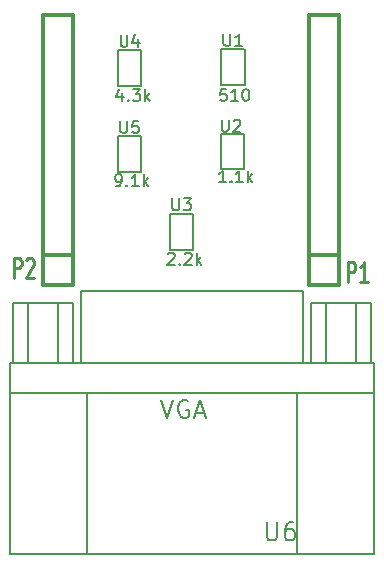
<source format=gto>
G04 (created by PCBNEW (2013-07-07 BZR 4022)-stable) date 11/18/2013 8:59:08 PM*
%MOIN*%
G04 Gerber Fmt 3.4, Leading zero omitted, Abs format*
%FSLAX34Y34*%
G01*
G70*
G90*
G04 APERTURE LIST*
%ADD10C,0.00590551*%
%ADD11C,0.005*%
%ADD12C,0.012*%
%ADD13C,0.0107*%
%ADD14C,0.01*%
G04 APERTURE END LIST*
G54D10*
G54D11*
X69060Y-55252D02*
X69160Y-55252D01*
X69160Y-55252D02*
X69660Y-55252D01*
X69660Y-55252D02*
X70660Y-55252D01*
X70660Y-55252D02*
X71160Y-55252D01*
X71160Y-55252D02*
X71430Y-55252D01*
X71430Y-55252D02*
X78830Y-55252D01*
X78830Y-55252D02*
X79100Y-55252D01*
X79100Y-55252D02*
X79600Y-55252D01*
X79600Y-55252D02*
X80600Y-55252D01*
X80600Y-55252D02*
X81100Y-55252D01*
X81100Y-55252D02*
X81200Y-55252D01*
X69060Y-55252D02*
X69060Y-61602D01*
X81200Y-55252D02*
X81200Y-61602D01*
X69060Y-61602D02*
X81200Y-61602D01*
X71430Y-52853D02*
X78830Y-52853D01*
X71430Y-52853D02*
X71430Y-55252D01*
X78830Y-52853D02*
X78830Y-55252D01*
X69160Y-53252D02*
X69660Y-53252D01*
X69660Y-53252D02*
X70660Y-53252D01*
X70660Y-53252D02*
X71160Y-53252D01*
X81100Y-53252D02*
X80600Y-53252D01*
X80600Y-53252D02*
X79600Y-53252D01*
X79600Y-53252D02*
X79100Y-53252D01*
X81100Y-53252D02*
X81100Y-55252D01*
X79100Y-53252D02*
X79100Y-55252D01*
X71160Y-53252D02*
X71160Y-55252D01*
X69160Y-53252D02*
X69160Y-55252D01*
X69660Y-53252D02*
X69660Y-55252D01*
X70660Y-53252D02*
X70660Y-55252D01*
X79600Y-53252D02*
X79600Y-55252D01*
X80600Y-53252D02*
X80600Y-55252D01*
X69060Y-56252D02*
X71630Y-56252D01*
X71630Y-56252D02*
X78630Y-56252D01*
X78630Y-56252D02*
X81200Y-56252D01*
X78630Y-56252D02*
X78630Y-61602D01*
X71630Y-56252D02*
X71630Y-61602D01*
G54D12*
X79032Y-43648D02*
X80032Y-43648D01*
X80032Y-43648D02*
X80032Y-52648D01*
X80032Y-52648D02*
X79032Y-52648D01*
X79032Y-43648D02*
X79032Y-52648D01*
X79032Y-51648D02*
X80032Y-51648D01*
X70173Y-43647D02*
X71173Y-43647D01*
X71173Y-43647D02*
X71173Y-52647D01*
X71173Y-52647D02*
X70173Y-52647D01*
X70173Y-43647D02*
X70173Y-52647D01*
X70173Y-51647D02*
X71173Y-51647D01*
G54D10*
X76863Y-47600D02*
X76863Y-48789D01*
X76860Y-47602D02*
X76086Y-47602D01*
X76086Y-47602D02*
X76086Y-48790D01*
X76086Y-48790D02*
X76862Y-48790D01*
X73444Y-44805D02*
X73444Y-45994D01*
X73441Y-44807D02*
X72667Y-44807D01*
X72667Y-44807D02*
X72667Y-45995D01*
X72667Y-45995D02*
X73443Y-45995D01*
X75173Y-50280D02*
X75173Y-51469D01*
X75170Y-50282D02*
X74396Y-50282D01*
X74396Y-50282D02*
X74396Y-51470D01*
X74396Y-51470D02*
X75172Y-51470D01*
X73443Y-47690D02*
X73443Y-48879D01*
X73440Y-47692D02*
X72666Y-47692D01*
X72666Y-47692D02*
X72666Y-48880D01*
X72666Y-48880D02*
X73442Y-48880D01*
X76881Y-44791D02*
X76881Y-45980D01*
X76878Y-44793D02*
X76104Y-44793D01*
X76104Y-44793D02*
X76104Y-45981D01*
X76104Y-45981D02*
X76880Y-45981D01*
X77620Y-60560D02*
X77620Y-61046D01*
X77649Y-61103D01*
X77678Y-61132D01*
X77735Y-61160D01*
X77849Y-61160D01*
X77906Y-61132D01*
X77935Y-61103D01*
X77963Y-61046D01*
X77963Y-60560D01*
X78506Y-60560D02*
X78392Y-60560D01*
X78335Y-60589D01*
X78306Y-60618D01*
X78249Y-60703D01*
X78220Y-60818D01*
X78220Y-61046D01*
X78249Y-61103D01*
X78278Y-61132D01*
X78335Y-61160D01*
X78449Y-61160D01*
X78506Y-61132D01*
X78535Y-61103D01*
X78563Y-61046D01*
X78563Y-60903D01*
X78535Y-60846D01*
X78506Y-60818D01*
X78449Y-60789D01*
X78335Y-60789D01*
X78278Y-60818D01*
X78249Y-60846D01*
X78220Y-60903D01*
X74086Y-56468D02*
X74286Y-57068D01*
X74486Y-56468D01*
X75001Y-56497D02*
X74944Y-56468D01*
X74858Y-56468D01*
X74772Y-56497D01*
X74715Y-56554D01*
X74686Y-56611D01*
X74658Y-56726D01*
X74658Y-56811D01*
X74686Y-56926D01*
X74715Y-56983D01*
X74772Y-57040D01*
X74858Y-57068D01*
X74915Y-57068D01*
X75001Y-57040D01*
X75029Y-57011D01*
X75029Y-56811D01*
X74915Y-56811D01*
X75258Y-56897D02*
X75544Y-56897D01*
X75201Y-57068D02*
X75401Y-56468D01*
X75601Y-57068D01*
G54D13*
X80336Y-52547D02*
X80336Y-51866D01*
X80499Y-51866D01*
X80539Y-51899D01*
X80560Y-51931D01*
X80580Y-51996D01*
X80580Y-52093D01*
X80560Y-52158D01*
X80539Y-52190D01*
X80499Y-52223D01*
X80336Y-52223D01*
X80988Y-52547D02*
X80743Y-52547D01*
X80866Y-52547D02*
X80866Y-51866D01*
X80825Y-51963D01*
X80784Y-52028D01*
X80743Y-52061D01*
G54D12*
G54D14*
G54D13*
X69204Y-52415D02*
X69204Y-51734D01*
X69367Y-51734D01*
X69407Y-51767D01*
X69428Y-51799D01*
X69448Y-51864D01*
X69448Y-51961D01*
X69428Y-52026D01*
X69407Y-52058D01*
X69367Y-52091D01*
X69204Y-52091D01*
X69611Y-51799D02*
X69632Y-51767D01*
X69672Y-51734D01*
X69774Y-51734D01*
X69815Y-51767D01*
X69835Y-51799D01*
X69856Y-51864D01*
X69856Y-51929D01*
X69835Y-52026D01*
X69591Y-52415D01*
X69856Y-52415D01*
G54D12*
G54D14*
G54D10*
X76125Y-47135D02*
X76125Y-47454D01*
X76143Y-47491D01*
X76162Y-47510D01*
X76200Y-47529D01*
X76275Y-47529D01*
X76312Y-47510D01*
X76331Y-47491D01*
X76350Y-47454D01*
X76350Y-47135D01*
X76518Y-47173D02*
X76537Y-47154D01*
X76574Y-47135D01*
X76668Y-47135D01*
X76706Y-47154D01*
X76724Y-47173D01*
X76743Y-47210D01*
X76743Y-47248D01*
X76724Y-47304D01*
X76499Y-47529D01*
X76743Y-47529D01*
X76261Y-49224D02*
X76036Y-49224D01*
X76149Y-49224D02*
X76149Y-48830D01*
X76111Y-48886D01*
X76074Y-48924D01*
X76036Y-48943D01*
X76430Y-49186D02*
X76449Y-49205D01*
X76430Y-49224D01*
X76411Y-49205D01*
X76430Y-49186D01*
X76430Y-49224D01*
X76824Y-49224D02*
X76599Y-49224D01*
X76711Y-49224D02*
X76711Y-48830D01*
X76674Y-48886D01*
X76636Y-48924D01*
X76599Y-48943D01*
X76993Y-49224D02*
X76993Y-48830D01*
X77030Y-49074D02*
X77143Y-49224D01*
X77143Y-48961D02*
X76993Y-49111D01*
X72752Y-44306D02*
X72752Y-44625D01*
X72770Y-44662D01*
X72789Y-44681D01*
X72827Y-44700D01*
X72902Y-44700D01*
X72939Y-44681D01*
X72958Y-44662D01*
X72977Y-44625D01*
X72977Y-44306D01*
X73333Y-44437D02*
X73333Y-44700D01*
X73239Y-44287D02*
X73145Y-44569D01*
X73389Y-44569D01*
X72801Y-46250D02*
X72801Y-46513D01*
X72707Y-46100D02*
X72613Y-46382D01*
X72857Y-46382D01*
X73007Y-46475D02*
X73026Y-46494D01*
X73007Y-46513D01*
X72988Y-46494D01*
X73007Y-46475D01*
X73007Y-46513D01*
X73157Y-46119D02*
X73401Y-46119D01*
X73270Y-46269D01*
X73326Y-46269D01*
X73363Y-46288D01*
X73382Y-46307D01*
X73401Y-46344D01*
X73401Y-46438D01*
X73382Y-46475D01*
X73363Y-46494D01*
X73326Y-46513D01*
X73213Y-46513D01*
X73176Y-46494D01*
X73157Y-46475D01*
X73570Y-46513D02*
X73570Y-46119D01*
X73607Y-46363D02*
X73720Y-46513D01*
X73720Y-46250D02*
X73570Y-46400D01*
X74475Y-49760D02*
X74475Y-50079D01*
X74493Y-50116D01*
X74512Y-50135D01*
X74550Y-50154D01*
X74625Y-50154D01*
X74662Y-50135D01*
X74681Y-50116D01*
X74700Y-50079D01*
X74700Y-49760D01*
X74849Y-49760D02*
X75093Y-49760D01*
X74962Y-49910D01*
X75018Y-49910D01*
X75056Y-49929D01*
X75074Y-49948D01*
X75093Y-49985D01*
X75093Y-50079D01*
X75074Y-50116D01*
X75056Y-50135D01*
X75018Y-50154D01*
X74906Y-50154D01*
X74868Y-50135D01*
X74849Y-50116D01*
X74326Y-51613D02*
X74345Y-51594D01*
X74383Y-51575D01*
X74476Y-51575D01*
X74514Y-51594D01*
X74533Y-51613D01*
X74551Y-51650D01*
X74551Y-51688D01*
X74533Y-51744D01*
X74308Y-51969D01*
X74551Y-51969D01*
X74720Y-51931D02*
X74739Y-51950D01*
X74720Y-51969D01*
X74701Y-51950D01*
X74720Y-51931D01*
X74720Y-51969D01*
X74889Y-51613D02*
X74908Y-51594D01*
X74945Y-51575D01*
X75039Y-51575D01*
X75076Y-51594D01*
X75095Y-51613D01*
X75114Y-51650D01*
X75114Y-51688D01*
X75095Y-51744D01*
X74870Y-51969D01*
X75114Y-51969D01*
X75283Y-51969D02*
X75283Y-51575D01*
X75320Y-51819D02*
X75433Y-51969D01*
X75433Y-51706D02*
X75283Y-51856D01*
X72740Y-47185D02*
X72740Y-47504D01*
X72758Y-47541D01*
X72777Y-47560D01*
X72815Y-47579D01*
X72890Y-47579D01*
X72927Y-47560D01*
X72946Y-47541D01*
X72965Y-47504D01*
X72965Y-47185D01*
X73339Y-47185D02*
X73152Y-47185D01*
X73133Y-47373D01*
X73152Y-47354D01*
X73189Y-47335D01*
X73283Y-47335D01*
X73321Y-47354D01*
X73339Y-47373D01*
X73358Y-47410D01*
X73358Y-47504D01*
X73339Y-47541D01*
X73321Y-47560D01*
X73283Y-47579D01*
X73189Y-47579D01*
X73152Y-47560D01*
X73133Y-47541D01*
X72604Y-49349D02*
X72679Y-49349D01*
X72716Y-49330D01*
X72735Y-49311D01*
X72773Y-49255D01*
X72791Y-49180D01*
X72791Y-49030D01*
X72773Y-48993D01*
X72754Y-48974D01*
X72716Y-48955D01*
X72641Y-48955D01*
X72604Y-48974D01*
X72585Y-48993D01*
X72566Y-49030D01*
X72566Y-49124D01*
X72585Y-49161D01*
X72604Y-49180D01*
X72641Y-49199D01*
X72716Y-49199D01*
X72754Y-49180D01*
X72773Y-49161D01*
X72791Y-49124D01*
X72960Y-49311D02*
X72979Y-49330D01*
X72960Y-49349D01*
X72941Y-49330D01*
X72960Y-49311D01*
X72960Y-49349D01*
X73354Y-49349D02*
X73129Y-49349D01*
X73241Y-49349D02*
X73241Y-48955D01*
X73204Y-49011D01*
X73166Y-49049D01*
X73129Y-49068D01*
X73523Y-49349D02*
X73523Y-48955D01*
X73560Y-49199D02*
X73673Y-49349D01*
X73673Y-49086D02*
X73523Y-49236D01*
X76180Y-44275D02*
X76180Y-44594D01*
X76198Y-44631D01*
X76217Y-44650D01*
X76255Y-44669D01*
X76330Y-44669D01*
X76367Y-44650D01*
X76386Y-44631D01*
X76405Y-44594D01*
X76405Y-44275D01*
X76798Y-44669D02*
X76573Y-44669D01*
X76686Y-44669D02*
X76686Y-44275D01*
X76648Y-44331D01*
X76611Y-44369D01*
X76573Y-44388D01*
X76268Y-46115D02*
X76081Y-46115D01*
X76062Y-46303D01*
X76081Y-46284D01*
X76118Y-46265D01*
X76212Y-46265D01*
X76250Y-46284D01*
X76268Y-46303D01*
X76287Y-46340D01*
X76287Y-46434D01*
X76268Y-46471D01*
X76250Y-46490D01*
X76212Y-46509D01*
X76118Y-46509D01*
X76081Y-46490D01*
X76062Y-46471D01*
X76662Y-46509D02*
X76437Y-46509D01*
X76549Y-46509D02*
X76549Y-46115D01*
X76512Y-46171D01*
X76474Y-46209D01*
X76437Y-46228D01*
X76906Y-46115D02*
X76943Y-46115D01*
X76981Y-46134D01*
X76999Y-46153D01*
X77018Y-46190D01*
X77037Y-46265D01*
X77037Y-46359D01*
X77018Y-46434D01*
X76999Y-46471D01*
X76981Y-46490D01*
X76943Y-46509D01*
X76906Y-46509D01*
X76868Y-46490D01*
X76849Y-46471D01*
X76831Y-46434D01*
X76812Y-46359D01*
X76812Y-46265D01*
X76831Y-46190D01*
X76849Y-46153D01*
X76868Y-46134D01*
X76906Y-46115D01*
M02*

</source>
